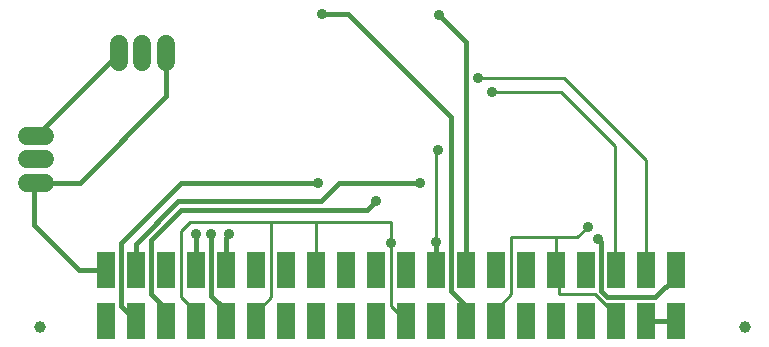
<source format=gbr>
G04 EAGLE Gerber RS-274X export*
G75*
%MOMM*%
%FSLAX34Y34*%
%LPD*%
%INBottom Copper*%
%IPPOS*%
%AMOC8*
5,1,8,0,0,1.08239X$1,22.5*%
G01*
%ADD10R,1.524000X3.048000*%
%ADD11C,1.000000*%
%ADD12C,1.500000*%
%ADD13C,0.254000*%
%ADD14C,0.906400*%
%ADD15C,0.406400*%


D10*
X565909Y56326D03*
X565909Y13146D03*
X540509Y56326D03*
X540509Y13146D03*
X515109Y13146D03*
X515109Y56326D03*
X489709Y13146D03*
X489709Y56326D03*
X464309Y13146D03*
X464309Y56326D03*
X438909Y13146D03*
X438909Y56326D03*
X413509Y13146D03*
X413509Y56326D03*
X388109Y13146D03*
X388109Y56326D03*
X362709Y13146D03*
X362709Y56326D03*
X337309Y13146D03*
X337309Y56326D03*
X311909Y13146D03*
X311909Y56326D03*
X286509Y13146D03*
X286509Y56326D03*
X261109Y13146D03*
X261109Y56326D03*
X235709Y13146D03*
X235709Y56326D03*
X210309Y13146D03*
X210309Y56326D03*
X184909Y13146D03*
X184909Y56326D03*
X159509Y13146D03*
X159509Y56326D03*
X134109Y13146D03*
X134109Y56326D03*
X108709Y13146D03*
X108709Y56326D03*
X83309Y13146D03*
X83309Y56326D03*
D11*
X624205Y7620D03*
X27305Y7620D03*
D12*
X31800Y149860D02*
X16800Y149860D01*
X16800Y129860D02*
X31800Y129860D01*
X31800Y169860D02*
X16800Y169860D01*
X94300Y232360D02*
X94300Y247360D01*
X114300Y247360D02*
X114300Y232360D01*
X134300Y232360D02*
X134300Y247360D01*
D13*
X540509Y149101D02*
X540509Y56326D01*
X540509Y149101D02*
X471170Y218440D01*
X398780Y218440D01*
D14*
X398780Y218440D03*
X410210Y207010D03*
D13*
X468630Y207010D01*
X514350Y161290D01*
X514350Y57085D01*
X515109Y56326D01*
D15*
X94300Y239860D02*
X24300Y169860D01*
D14*
X364490Y157480D03*
D13*
X362709Y155699D01*
X362709Y80010D01*
X362709Y62230D02*
X362709Y56326D01*
D15*
X565909Y56326D02*
X565909Y50289D01*
X548640Y33020D01*
X508000Y33020D01*
X502920Y38100D01*
X502920Y80010D01*
X500380Y82550D01*
D14*
X500380Y82550D03*
X362709Y80010D03*
D15*
X362709Y62230D01*
X61280Y129860D02*
X24300Y129860D01*
X61280Y129860D02*
X134620Y203200D01*
X134620Y239540D01*
X134300Y239860D01*
D14*
X491490Y92710D03*
D15*
X83309Y56326D02*
X60514Y56326D01*
X22860Y93980D01*
X22860Y128420D01*
X24300Y129860D01*
D13*
X159509Y20831D02*
X159509Y13146D01*
X159509Y20831D02*
X147320Y33020D01*
X147320Y88900D01*
X154940Y96520D01*
X223520Y96520D01*
X261109Y96520D01*
X261109Y56326D01*
X210309Y19809D02*
X210309Y13146D01*
X210309Y19809D02*
X223520Y33020D01*
X223520Y96520D01*
X261109Y96520D02*
X325120Y96520D01*
X325120Y81280D01*
X325120Y78740D02*
X325120Y25335D01*
X337309Y13146D01*
X413509Y13146D02*
X413509Y22349D01*
X426720Y35560D01*
X426720Y83820D01*
X464820Y83820D01*
X464820Y56326D01*
X464309Y56326D01*
X515109Y18291D02*
X515109Y13146D01*
X515109Y18291D02*
X497840Y35560D01*
X467360Y35560D01*
X467360Y53275D01*
X464309Y56326D01*
X482600Y83820D02*
X491490Y92710D01*
X482600Y83820D02*
X464820Y83820D01*
D14*
X325120Y78740D03*
D15*
X325120Y81280D01*
X540509Y13146D02*
X565909Y13146D01*
D14*
X172720Y86360D03*
D15*
X172720Y34290D01*
X184909Y22101D01*
X184909Y13146D01*
D14*
X160020Y86360D03*
D15*
X159509Y85849D01*
X159509Y56326D01*
X147320Y106680D02*
X304800Y106680D01*
D14*
X312420Y114300D03*
D15*
X304800Y106680D01*
X147320Y106680D02*
X121920Y81280D01*
X121920Y35560D01*
X134109Y23371D01*
X134109Y13146D01*
X184909Y83309D02*
X187960Y86360D01*
D14*
X187960Y86360D03*
D15*
X184909Y83309D02*
X184909Y56326D01*
D14*
X262890Y129540D03*
D15*
X147320Y129540D01*
X96520Y78740D01*
X96520Y25335D01*
X108709Y13146D01*
D14*
X349250Y129540D03*
D15*
X280670Y129540D01*
X265430Y114300D01*
X144780Y114300D01*
X109220Y56837D02*
X108709Y56326D01*
X108709Y78229D02*
X144780Y114300D01*
X108709Y78229D02*
X108709Y56326D01*
D14*
X365760Y271780D03*
D15*
X388109Y249431D01*
X388109Y56326D01*
D14*
X266700Y273050D03*
D15*
X288290Y273050D01*
X375920Y185420D01*
X375920Y38100D01*
X388109Y25911D01*
X388109Y13146D01*
M02*

</source>
